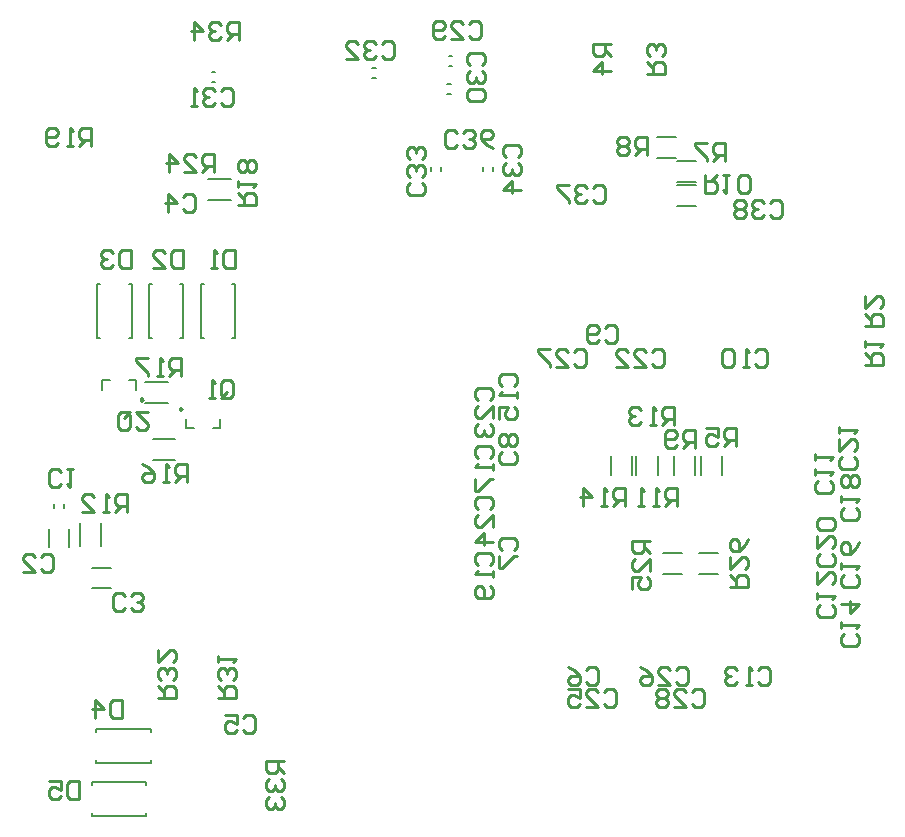
<source format=gbo>
G04*
G04 #@! TF.GenerationSoftware,Altium Limited,Altium Designer,21.0.9 (235)*
G04*
G04 Layer_Color=32896*
%FSLAX25Y25*%
%MOIN*%
G70*
G04*
G04 #@! TF.SameCoordinates,6D6A50FB-4127-4E02-A886-79615C3BA6FE*
G04*
G04*
G04 #@! TF.FilePolarity,Positive*
G04*
G01*
G75*
%ADD11C,0.00984*%
%ADD13C,0.00787*%
%ADD14C,0.01000*%
D11*
X301972Y298563D02*
X301234Y298989D01*
Y298137D01*
X301972Y298563D01*
X315012Y295437D02*
X314274Y295863D01*
Y295011D01*
X315012Y295437D01*
D13*
X284850Y235653D02*
X291150D01*
X284850Y242347D02*
X291150D01*
X473445Y378957D02*
X479744D01*
X473445Y386043D02*
X479744D01*
X479850Y370043D02*
X486150D01*
X479850Y362957D02*
X486150D01*
X479850Y378043D02*
X486150D01*
X479850Y370957D02*
X486150D01*
X270654Y249258D02*
Y255557D01*
X277346Y249258D02*
Y255557D01*
X272327Y262409D02*
Y263591D01*
X275673Y262409D02*
Y263591D01*
X323716Y365055D02*
X331284D01*
X323716Y371945D02*
X331284D01*
X331646Y318945D02*
X332650D01*
X321232D02*
X322236D01*
X321232D02*
Y337055D01*
X331646D02*
X332650D01*
X321232D02*
X322236D01*
X332650Y318945D02*
Y337055D01*
X314425Y318945D02*
X315429D01*
X304012D02*
X305016D01*
X304012D02*
Y337055D01*
X314425D02*
X315429D01*
X304012D02*
X305016D01*
X315429Y318945D02*
Y337055D01*
X297205Y318945D02*
X298209D01*
X286791D02*
X287795D01*
X286791D02*
Y337055D01*
X297205D02*
X298209D01*
X286791D02*
X287795D01*
X298209Y318945D02*
Y337055D01*
X284945Y159791D02*
Y160795D01*
Y170205D02*
Y171209D01*
X303055D01*
Y159791D02*
Y160795D01*
Y170205D02*
Y171209D01*
X284945Y159791D02*
X303055D01*
X302716Y304445D02*
X310284D01*
X302716Y297555D02*
X310284D01*
X299748Y301850D02*
Y305059D01*
X297150D02*
X299748D01*
X288252Y301850D02*
Y305059D01*
X290850D01*
X316252Y288941D02*
Y292150D01*
Y288941D02*
X318850D01*
X327748D02*
Y292150D01*
X325150Y288941D02*
X327748D01*
X305216Y278555D02*
X312784D01*
X305216Y285445D02*
X312784D01*
X466457Y273350D02*
Y279650D01*
X473543Y273350D02*
Y279650D01*
X457957Y273350D02*
Y279650D01*
X465043Y273350D02*
Y279650D01*
X487957Y273350D02*
Y279650D01*
X495043Y273350D02*
Y279650D01*
X478957Y273350D02*
Y279650D01*
X486043Y273350D02*
Y279650D01*
X475350Y240457D02*
X481650D01*
X475350Y247543D02*
X481650D01*
X415327Y374909D02*
Y376091D01*
X418673Y374909D02*
Y376091D01*
X403409Y403673D02*
X404591D01*
X403409Y400327D02*
X404591D01*
X401173Y374756D02*
Y375937D01*
X397827Y374756D02*
Y375937D01*
X324909Y407673D02*
X326091D01*
X324909Y404327D02*
X326091D01*
X378410Y405827D02*
X379591D01*
X378410Y409173D02*
X379591D01*
X487350Y247543D02*
X493650D01*
X487350Y240457D02*
X493650D01*
X281055Y249716D02*
Y257284D01*
X287945Y249716D02*
Y257284D01*
X286445Y177291D02*
Y178295D01*
Y187705D02*
Y188709D01*
X304555D01*
Y177291D02*
Y178295D01*
Y187705D02*
Y188709D01*
X286445Y177291D02*
X304555D01*
X403909Y413173D02*
X405091D01*
X403909Y409827D02*
X405091D01*
D14*
X542501Y323002D02*
X548499D01*
Y326001D01*
X547499Y327000D01*
X545500D01*
X544500Y326001D01*
Y323002D01*
Y325001D02*
X542501Y327000D01*
Y332998D02*
Y329000D01*
X546500Y332998D01*
X547499D01*
X548499Y331999D01*
Y329999D01*
X547499Y329000D01*
X479499Y208499D02*
X480498Y209499D01*
X482498D01*
X483497Y208499D01*
Y204501D01*
X482498Y203501D01*
X480498D01*
X479499Y204501D01*
X473501Y203501D02*
X477499D01*
X473501Y207500D01*
Y208499D01*
X474500Y209499D01*
X476500D01*
X477499Y208499D01*
X467503Y209499D02*
X469502Y208499D01*
X471501Y206500D01*
Y204501D01*
X470502Y203501D01*
X468502D01*
X467503Y204501D01*
Y205500D01*
X468502Y206500D01*
X471501D01*
X315262Y366236D02*
X316262Y367235D01*
X318261D01*
X319261Y366236D01*
Y362237D01*
X318261Y361237D01*
X316262D01*
X315262Y362237D01*
X310264Y361237D02*
Y367235D01*
X313263Y364236D01*
X309264D01*
X325497Y374501D02*
Y380499D01*
X322498D01*
X321499Y379499D01*
Y377500D01*
X322498Y376500D01*
X325497D01*
X323498D02*
X321499Y374501D01*
X315501D02*
X319499D01*
X315501Y378500D01*
Y379499D01*
X316500Y380499D01*
X318500D01*
X319499Y379499D01*
X310502Y374501D02*
Y380499D01*
X313501Y377500D01*
X309503D01*
X284800Y383200D02*
Y389198D01*
X281801D01*
X280801Y388198D01*
Y386199D01*
X281801Y385199D01*
X284800D01*
X282801D02*
X280801Y383200D01*
X278802D02*
X276803D01*
X277802D01*
Y389198D01*
X278802Y388198D01*
X273804Y384200D02*
X272804Y383200D01*
X270805D01*
X269805Y384200D01*
Y388198D01*
X270805Y389198D01*
X272804D01*
X273804Y388198D01*
Y387199D01*
X272804Y386199D01*
X269805D01*
X296000Y229001D02*
X295001Y228001D01*
X293001D01*
X292002Y229001D01*
Y232999D01*
X293001Y233999D01*
X295001D01*
X296000Y232999D01*
X298000Y229001D02*
X298999Y228001D01*
X300999D01*
X301998Y229001D01*
Y230000D01*
X300999Y231000D01*
X299999D01*
X300999D01*
X301998Y232000D01*
Y232999D01*
X300999Y233999D01*
X298999D01*
X298000Y232999D01*
X451999Y368999D02*
X452998Y369999D01*
X454998D01*
X455997Y368999D01*
Y365001D01*
X454998Y364001D01*
X452998D01*
X451999Y365001D01*
X449999Y368999D02*
X449000Y369999D01*
X447000D01*
X446001Y368999D01*
Y368000D01*
X447000Y367000D01*
X448000D01*
X447000D01*
X446001Y366000D01*
Y365001D01*
X447000Y364001D01*
X449000D01*
X449999Y365001D01*
X444001Y369999D02*
X440003D01*
Y368999D01*
X444001Y365001D01*
Y364001D01*
X470092Y380001D02*
Y385999D01*
X467093D01*
X466093Y384999D01*
Y383000D01*
X467093Y382000D01*
X470092D01*
X468093D02*
X466093Y380001D01*
X464094Y384999D02*
X463094Y385999D01*
X461095D01*
X460095Y384999D01*
Y384000D01*
X461095Y383000D01*
X460095Y382000D01*
Y381001D01*
X461095Y380001D01*
X463094D01*
X464094Y381001D01*
Y382000D01*
X463094Y383000D01*
X464094Y384000D01*
Y384999D01*
X463094Y383000D02*
X461095D01*
X489211Y373499D02*
Y367501D01*
X492210D01*
X493210Y368501D01*
Y370500D01*
X492210Y371500D01*
X489211D01*
X491210D02*
X493210Y373499D01*
X495209D02*
X497208D01*
X496209D01*
Y367501D01*
X495209Y368501D01*
X500208D02*
X501207Y367501D01*
X503207D01*
X504206Y368501D01*
Y372499D01*
X503207Y373499D01*
X501207D01*
X500208Y372499D01*
Y368501D01*
X495998Y378001D02*
Y383999D01*
X492999D01*
X492000Y382999D01*
Y381000D01*
X492999Y380000D01*
X495998D01*
X493999D02*
X492000Y378001D01*
X490000Y383999D02*
X486002D01*
Y382999D01*
X490000Y379001D01*
Y378001D01*
X457999Y416998D02*
X452001D01*
Y413999D01*
X453001Y413000D01*
X455000D01*
X456000Y413999D01*
Y416998D01*
Y414999D02*
X457999Y413000D01*
Y408001D02*
X452001D01*
X455000Y411000D01*
Y407002D01*
X470001Y406943D02*
X475999D01*
Y409942D01*
X474999Y410941D01*
X473000D01*
X472000Y409942D01*
Y406943D01*
Y408942D02*
X470001Y410941D01*
X474999Y412941D02*
X475999Y413940D01*
Y415940D01*
X474999Y416939D01*
X474000D01*
X473000Y415940D01*
Y414940D01*
Y415940D01*
X472000Y416939D01*
X471001D01*
X470001Y415940D01*
Y413940D01*
X471001Y412941D01*
X268000Y245999D02*
X268999Y246999D01*
X270999D01*
X271998Y245999D01*
Y242001D01*
X270999Y241001D01*
X268999D01*
X268000Y242001D01*
X262002Y241001D02*
X266000D01*
X262002Y245000D01*
Y245999D01*
X263001Y246999D01*
X265001D01*
X266000Y245999D01*
X274500Y270501D02*
X273500Y269501D01*
X271501D01*
X270501Y270501D01*
Y274499D01*
X271501Y275499D01*
X273500D01*
X274500Y274499D01*
X276499Y275499D02*
X278499D01*
X277499D01*
Y269501D01*
X276499Y270501D01*
X307001Y199002D02*
X312999D01*
Y202001D01*
X311999Y203001D01*
X310000D01*
X309000Y202001D01*
Y199002D01*
Y201002D02*
X307001Y203001D01*
X311999Y205000D02*
X312999Y206000D01*
Y207999D01*
X311999Y208999D01*
X311000D01*
X310000Y207999D01*
Y207000D01*
Y207999D01*
X309000Y208999D01*
X308001D01*
X307001Y207999D01*
Y206000D01*
X308001Y205000D01*
X307001Y214997D02*
Y210998D01*
X311000Y214997D01*
X311999D01*
X312999Y213997D01*
Y211998D01*
X311999Y210998D01*
X327001Y199002D02*
X332999D01*
Y202001D01*
X331999Y203001D01*
X330000D01*
X329000Y202001D01*
Y199002D01*
Y201002D02*
X327001Y203001D01*
X331999Y205000D02*
X332999Y206000D01*
Y207999D01*
X331999Y208999D01*
X331000D01*
X330000Y207999D01*
Y207000D01*
Y207999D01*
X329000Y208999D01*
X328001D01*
X327001Y207999D01*
Y206000D01*
X328001Y205000D01*
X327001Y210998D02*
Y212998D01*
Y211998D01*
X332999D01*
X331999Y210998D01*
X348999Y177997D02*
X343001D01*
Y174998D01*
X344001Y173999D01*
X346000D01*
X347000Y174998D01*
Y177997D01*
Y175998D02*
X348999Y173999D01*
X344001Y171999D02*
X343001Y171000D01*
Y169000D01*
X344001Y168001D01*
X345000D01*
X346000Y169000D01*
Y170000D01*
Y169000D01*
X347000Y168001D01*
X347999D01*
X348999Y169000D01*
Y171000D01*
X347999Y171999D01*
X344001Y166001D02*
X343001Y165002D01*
Y163002D01*
X344001Y162003D01*
X345000D01*
X346000Y163002D01*
Y164002D01*
Y163002D01*
X347000Y162003D01*
X347999D01*
X348999Y163002D01*
Y165002D01*
X347999Y166001D01*
X333501Y363502D02*
X339499D01*
Y366501D01*
X338499Y367501D01*
X336500D01*
X335500Y366501D01*
Y363502D01*
Y365502D02*
X333501Y367501D01*
Y369500D02*
Y371500D01*
Y370500D01*
X339499D01*
X338499Y369500D01*
Y374499D02*
X339499Y375499D01*
Y377498D01*
X338499Y378498D01*
X337500D01*
X336500Y377498D01*
X335500Y378498D01*
X334501D01*
X333501Y377498D01*
Y375499D01*
X334501Y374499D01*
X335500D01*
X336500Y375499D01*
X337500Y374499D01*
X338499D01*
X336500Y375499D02*
Y377498D01*
X332482Y348498D02*
Y342500D01*
X329483D01*
X328483Y343500D01*
Y347498D01*
X329483Y348498D01*
X332482D01*
X326484Y342500D02*
X324484D01*
X325484D01*
Y348498D01*
X326484Y347498D01*
X315241Y348498D02*
Y342500D01*
X312242D01*
X311242Y343500D01*
Y347498D01*
X312242Y348498D01*
X315241D01*
X305244Y342500D02*
X309243D01*
X305244Y346499D01*
Y347498D01*
X306244Y348498D01*
X308243D01*
X309243Y347498D01*
X298000Y348498D02*
Y342500D01*
X295001D01*
X294001Y343500D01*
Y347498D01*
X295001Y348498D01*
X298000D01*
X292002Y347498D02*
X291002Y348498D01*
X289003D01*
X288003Y347498D01*
Y346499D01*
X289003Y345499D01*
X290003D01*
X289003D01*
X288003Y344499D01*
Y343500D01*
X289003Y342500D01*
X291002D01*
X292002Y343500D01*
X280498Y171499D02*
Y165501D01*
X277499D01*
X276500Y166501D01*
Y170499D01*
X277499Y171499D01*
X280498D01*
X270502D02*
X274500D01*
Y168500D01*
X272501Y169500D01*
X271501D01*
X270502Y168500D01*
Y166501D01*
X271501Y165501D01*
X273501D01*
X274500Y166501D01*
X314498Y306501D02*
Y312499D01*
X311498D01*
X310499Y311499D01*
Y309500D01*
X311498Y308500D01*
X314498D01*
X312498D02*
X310499Y306501D01*
X308500D02*
X306500D01*
X307500D01*
Y312499D01*
X308500Y311499D01*
X303501Y312499D02*
X299502D01*
Y311499D01*
X303501Y307501D01*
Y306501D01*
X297725Y293499D02*
Y289501D01*
X296725Y288501D01*
X294726D01*
X293726Y289501D01*
Y293499D01*
X294726Y294499D01*
X296725D01*
X295725Y292500D02*
X297725Y294499D01*
X296725D02*
X297725Y293499D01*
X303723Y294499D02*
X299724D01*
X303723Y290500D01*
Y289501D01*
X302723Y288501D01*
X300724D01*
X299724Y289501D01*
X328000Y300001D02*
Y303999D01*
X329000Y304999D01*
X330999D01*
X331999Y303999D01*
Y300001D01*
X330999Y299001D01*
X329000D01*
X329999Y301000D02*
X328000Y299001D01*
X329000D02*
X328000Y300001D01*
X326001Y299001D02*
X324001D01*
X325001D01*
Y304999D01*
X326001Y303999D01*
X316498Y271001D02*
Y276999D01*
X313498D01*
X312499Y275999D01*
Y274000D01*
X313498Y273000D01*
X316498D01*
X314498D02*
X312499Y271001D01*
X310500D02*
X308500D01*
X309500D01*
Y276999D01*
X310500Y275999D01*
X301502Y276999D02*
X303502Y275999D01*
X305501Y274000D01*
Y272001D01*
X304502Y271001D01*
X302502D01*
X301502Y272001D01*
Y273000D01*
X302502Y274000D01*
X305501D01*
X479998Y263001D02*
Y268999D01*
X476999D01*
X475999Y267999D01*
Y266000D01*
X476999Y265000D01*
X479998D01*
X477998D02*
X475999Y263001D01*
X474000D02*
X472001D01*
X473000D01*
Y268999D01*
X474000Y267999D01*
X469001Y263001D02*
X467002D01*
X468002D01*
Y268999D01*
X469001Y267999D01*
X462498Y263001D02*
Y268999D01*
X459499D01*
X458499Y267999D01*
Y266000D01*
X459499Y265000D01*
X462498D01*
X460498D02*
X458499Y263001D01*
X456499D02*
X454500D01*
X455500D01*
Y268999D01*
X456499Y267999D01*
X448502Y263001D02*
Y268999D01*
X451501Y266000D01*
X447502D01*
X499498Y283001D02*
Y288999D01*
X496499D01*
X495500Y287999D01*
Y286000D01*
X496499Y285000D01*
X499498D01*
X497499D02*
X495500Y283001D01*
X489502Y288999D02*
X493500D01*
Y286000D01*
X491501Y287000D01*
X490501D01*
X489502Y286000D01*
Y284001D01*
X490501Y283001D01*
X492501D01*
X493500Y284001D01*
X485998Y282501D02*
Y288499D01*
X482999D01*
X482000Y287499D01*
Y285500D01*
X482999Y284500D01*
X485998D01*
X483999D02*
X482000Y282501D01*
X480000Y283501D02*
X479001Y282501D01*
X477001D01*
X476002Y283501D01*
Y287499D01*
X477001Y288499D01*
X479001D01*
X480000Y287499D01*
Y286500D01*
X479001Y285500D01*
X476002D01*
X470999Y251497D02*
X465001D01*
Y248498D01*
X466001Y247499D01*
X468000D01*
X469000Y248498D01*
Y251497D01*
Y249498D02*
X470999Y247499D01*
Y241501D02*
Y245499D01*
X467000Y241501D01*
X466001D01*
X465001Y242500D01*
Y244500D01*
X466001Y245499D01*
X465001Y235503D02*
Y239501D01*
X468000D01*
X467000Y237502D01*
Y236502D01*
X468000Y235503D01*
X469999D01*
X470999Y236502D01*
Y238502D01*
X469999Y239501D01*
X510999Y363999D02*
X511998Y364999D01*
X513998D01*
X514997Y363999D01*
Y360001D01*
X513998Y359001D01*
X511998D01*
X510999Y360001D01*
X508999Y363999D02*
X508000Y364999D01*
X506000D01*
X505001Y363999D01*
Y363000D01*
X506000Y362000D01*
X507000D01*
X506000D01*
X505001Y361000D01*
Y360001D01*
X506000Y359001D01*
X508000D01*
X508999Y360001D01*
X503001Y363999D02*
X502002Y364999D01*
X500002D01*
X499003Y363999D01*
Y363000D01*
X500002Y362000D01*
X499003Y361000D01*
Y360001D01*
X500002Y359001D01*
X502002D01*
X503001Y360001D01*
Y361000D01*
X502002Y362000D01*
X503001Y363000D01*
Y363999D01*
X502002Y362000D02*
X500002D01*
X542501Y310001D02*
X548499D01*
Y313000D01*
X547499Y314000D01*
X545500D01*
X544500Y313000D01*
Y310001D01*
Y312001D02*
X542501Y314000D01*
Y315999D02*
Y317999D01*
Y316999D01*
X548499D01*
X547499Y315999D01*
X449500Y208499D02*
X450499Y209499D01*
X452499D01*
X453498Y208499D01*
Y204501D01*
X452499Y203501D01*
X450499D01*
X449500Y204501D01*
X443502Y209499D02*
X445501Y208499D01*
X447500Y206500D01*
Y204501D01*
X446501Y203501D01*
X444501D01*
X443502Y204501D01*
Y205500D01*
X444501Y206500D01*
X447500D01*
X421501Y248500D02*
X420501Y249499D01*
Y251499D01*
X421501Y252498D01*
X425499D01*
X426499Y251499D01*
Y249499D01*
X425499Y248500D01*
X420501Y246500D02*
Y242502D01*
X421501D01*
X425499Y246500D01*
X426499D01*
X456000Y322499D02*
X456999Y323499D01*
X458999D01*
X459998Y322499D01*
Y318501D01*
X458999Y317501D01*
X456999D01*
X456000Y318501D01*
X454000D02*
X453001Y317501D01*
X451001D01*
X450002Y318501D01*
Y322499D01*
X451001Y323499D01*
X453001D01*
X454000Y322499D01*
Y321500D01*
X453001Y320500D01*
X450002D01*
X425499Y281000D02*
X426499Y280001D01*
Y278001D01*
X425499Y277002D01*
X421501D01*
X420501Y278001D01*
Y280001D01*
X421501Y281000D01*
X425499Y283000D02*
X426499Y283999D01*
Y285999D01*
X425499Y286998D01*
X424500D01*
X423500Y285999D01*
X422500Y286998D01*
X421501D01*
X420501Y285999D01*
Y283999D01*
X421501Y283000D01*
X422500D01*
X423500Y283999D01*
X424500Y283000D01*
X425499D01*
X423500Y283999D02*
Y285999D01*
X423001Y379499D02*
X422001Y380498D01*
Y382498D01*
X423001Y383497D01*
X426999D01*
X427999Y382498D01*
Y380498D01*
X426999Y379499D01*
X423001Y377499D02*
X422001Y376500D01*
Y374500D01*
X423001Y373501D01*
X424000D01*
X425000Y374500D01*
Y375500D01*
Y374500D01*
X426000Y373501D01*
X426999D01*
X427999Y374500D01*
Y376500D01*
X426999Y377499D01*
X427999Y368502D02*
X422001D01*
X425000Y371501D01*
Y367503D01*
X411001Y409999D02*
X410001Y410998D01*
Y412998D01*
X411001Y413997D01*
X414999D01*
X415999Y412998D01*
Y410998D01*
X414999Y409999D01*
X411001Y407999D02*
X410001Y407000D01*
Y405000D01*
X411001Y404001D01*
X412000D01*
X413000Y405000D01*
Y406000D01*
Y405000D01*
X414000Y404001D01*
X414999D01*
X415999Y405000D01*
Y407000D01*
X414999Y407999D01*
X411001Y402001D02*
X410001Y401002D01*
Y399002D01*
X411001Y398003D01*
X414999D01*
X415999Y399002D01*
Y401002D01*
X414999Y402001D01*
X411001D01*
X394999Y370848D02*
X395999Y369848D01*
Y367849D01*
X394999Y366849D01*
X391001D01*
X390001Y367849D01*
Y369848D01*
X391001Y370848D01*
X394999Y372847D02*
X395999Y373847D01*
Y375846D01*
X394999Y376846D01*
X394000D01*
X393000Y375846D01*
Y374846D01*
Y375846D01*
X392000Y376846D01*
X391001D01*
X390001Y375846D01*
Y373847D01*
X391001Y372847D01*
X394999Y378845D02*
X395999Y379845D01*
Y381844D01*
X394999Y382844D01*
X394000D01*
X393000Y381844D01*
Y380844D01*
Y381844D01*
X392000Y382844D01*
X391001D01*
X390001Y381844D01*
Y379845D01*
X391001Y378845D01*
X327999Y401499D02*
X328999Y402499D01*
X330998D01*
X331998Y401499D01*
Y397501D01*
X330998Y396501D01*
X328999D01*
X327999Y397501D01*
X326000Y401499D02*
X325000Y402499D01*
X323001D01*
X322001Y401499D01*
Y400500D01*
X323001Y399500D01*
X324000D01*
X323001D01*
X322001Y398500D01*
Y397501D01*
X323001Y396501D01*
X325000D01*
X326000Y397501D01*
X320002Y396501D02*
X318002D01*
X319002D01*
Y402499D01*
X320002Y401499D01*
X381499Y416999D02*
X382498Y417999D01*
X384498D01*
X385497Y416999D01*
Y413001D01*
X384498Y412001D01*
X382498D01*
X381499Y413001D01*
X379499Y416999D02*
X378500Y417999D01*
X376500D01*
X375501Y416999D01*
Y416000D01*
X376500Y415000D01*
X377500D01*
X376500D01*
X375501Y414000D01*
Y413001D01*
X376500Y412001D01*
X378500D01*
X379499Y413001D01*
X369503Y412001D02*
X373501D01*
X369503Y416000D01*
Y416999D01*
X370502Y417999D01*
X372502D01*
X373501Y416999D01*
X333997Y418501D02*
Y424499D01*
X330998D01*
X329999Y423499D01*
Y421500D01*
X330998Y420500D01*
X333997D01*
X331998D02*
X329999Y418501D01*
X327999Y423499D02*
X327000Y424499D01*
X325000D01*
X324001Y423499D01*
Y422500D01*
X325000Y421500D01*
X326000D01*
X325000D01*
X324001Y420500D01*
Y419501D01*
X325000Y418501D01*
X327000D01*
X327999Y419501D01*
X319002Y418501D02*
Y424499D01*
X322001Y421500D01*
X318003D01*
X478998Y290001D02*
Y295999D01*
X475998D01*
X474999Y294999D01*
Y293000D01*
X475998Y292000D01*
X478998D01*
X476998D02*
X474999Y290001D01*
X472999D02*
X471000D01*
X472000D01*
Y295999D01*
X472999Y294999D01*
X468001D02*
X467001Y295999D01*
X465002D01*
X464002Y294999D01*
Y294000D01*
X465002Y293000D01*
X466002D01*
X465002D01*
X464002Y292000D01*
Y291001D01*
X465002Y290001D01*
X467001D01*
X468001Y291001D01*
X539499Y262501D02*
X540499Y261502D01*
Y259502D01*
X539499Y258502D01*
X535501D01*
X534501Y259502D01*
Y261502D01*
X535501Y262501D01*
X534501Y264500D02*
Y266500D01*
Y265500D01*
X540499D01*
X539499Y264500D01*
Y269499D02*
X540499Y270498D01*
Y272498D01*
X539499Y273498D01*
X538500D01*
X537500Y272498D01*
X536500Y273498D01*
X535501D01*
X534501Y272498D01*
Y270498D01*
X535501Y269499D01*
X536500D01*
X537500Y270498D01*
X538500Y269499D01*
X539499D01*
X537500Y270498D02*
Y272498D01*
X445499Y314499D02*
X446498Y315499D01*
X448498D01*
X449497Y314499D01*
Y310501D01*
X448498Y309501D01*
X446498D01*
X445499Y310501D01*
X439501Y309501D02*
X443499D01*
X439501Y313500D01*
Y314499D01*
X440500Y315499D01*
X442500D01*
X443499Y314499D01*
X437501Y315499D02*
X433503D01*
Y314499D01*
X437501Y310501D01*
Y309501D01*
X413501Y278999D02*
X412501Y279998D01*
Y281998D01*
X413501Y282998D01*
X417499D01*
X418499Y281998D01*
Y279998D01*
X417499Y278999D01*
X418499Y276999D02*
Y275000D01*
Y276000D01*
X412501D01*
X413501Y276999D01*
X412501Y272001D02*
Y268002D01*
X413501D01*
X417499Y272001D01*
X418499D01*
X421501Y302999D02*
X420501Y303998D01*
Y305998D01*
X421501Y306998D01*
X425499D01*
X426499Y305998D01*
Y303998D01*
X425499Y302999D01*
X426499Y300999D02*
Y299000D01*
Y300000D01*
X420501D01*
X421501Y300999D01*
X420501Y292002D02*
Y296001D01*
X423500D01*
X422500Y294002D01*
Y293002D01*
X423500Y292002D01*
X425499D01*
X426499Y293002D01*
Y295001D01*
X425499Y296001D01*
X531499Y230001D02*
X532499Y229001D01*
Y227002D01*
X531499Y226002D01*
X527501D01*
X526501Y227002D01*
Y229001D01*
X527501Y230001D01*
X526501Y232000D02*
Y234000D01*
Y233000D01*
X532499D01*
X531499Y232000D01*
X526501Y240998D02*
Y236999D01*
X530500Y240998D01*
X531499D01*
X532499Y239998D01*
Y237999D01*
X531499Y236999D01*
X530999Y271501D02*
X531999Y270501D01*
Y268502D01*
X530999Y267502D01*
X527001D01*
X526001Y268502D01*
Y270501D01*
X527001Y271501D01*
X526001Y273500D02*
Y275500D01*
Y274500D01*
X531999D01*
X530999Y273500D01*
X526001Y278499D02*
Y280498D01*
Y279498D01*
X531999D01*
X530999Y278499D01*
X505999Y314499D02*
X506998Y315499D01*
X508998D01*
X509998Y314499D01*
Y310501D01*
X508998Y309501D01*
X506998D01*
X505999Y310501D01*
X504000Y309501D02*
X502000D01*
X503000D01*
Y315499D01*
X504000Y314499D01*
X499001D02*
X498001Y315499D01*
X496002D01*
X495002Y314499D01*
Y310501D01*
X496002Y309501D01*
X498001D01*
X499001Y310501D01*
Y314499D01*
X484999Y200999D02*
X485998Y201999D01*
X487998D01*
X488997Y200999D01*
Y197001D01*
X487998Y196001D01*
X485998D01*
X484999Y197001D01*
X479001Y196001D02*
X482999D01*
X479001Y200000D01*
Y200999D01*
X480000Y201999D01*
X482000D01*
X482999Y200999D01*
X477001D02*
X476002Y201999D01*
X474002D01*
X473003Y200999D01*
Y200000D01*
X474002Y199000D01*
X473003Y198000D01*
Y197001D01*
X474002Y196001D01*
X476002D01*
X477001Y197001D01*
Y198000D01*
X476002Y199000D01*
X477001Y200000D01*
Y200999D01*
X476002Y199000D02*
X474002D01*
X539499Y220501D02*
X540499Y219501D01*
Y217502D01*
X539499Y216502D01*
X535501D01*
X534501Y217502D01*
Y219501D01*
X535501Y220501D01*
X534501Y222500D02*
Y224500D01*
Y223500D01*
X540499D01*
X539499Y222500D01*
X534501Y230498D02*
X540499D01*
X537500Y227499D01*
Y231498D01*
X506999Y208499D02*
X507999Y209499D01*
X509998D01*
X510998Y208499D01*
Y204501D01*
X509998Y203501D01*
X507999D01*
X506999Y204501D01*
X504999Y203501D02*
X503000D01*
X504000D01*
Y209499D01*
X504999Y208499D01*
X500001D02*
X499002Y209499D01*
X497002D01*
X496002Y208499D01*
Y207500D01*
X497002Y206500D01*
X498002D01*
X497002D01*
X496002Y205500D01*
Y204501D01*
X497002Y203501D01*
X499002D01*
X500001Y204501D01*
X539499Y240001D02*
X540499Y239001D01*
Y237002D01*
X539499Y236002D01*
X535501D01*
X534501Y237002D01*
Y239001D01*
X535501Y240001D01*
X534501Y242001D02*
Y244000D01*
Y243000D01*
X540499D01*
X539499Y242001D01*
X540499Y250998D02*
X539499Y248998D01*
X537500Y246999D01*
X535501D01*
X534501Y247998D01*
Y249998D01*
X535501Y250998D01*
X536500D01*
X537500Y249998D01*
Y246999D01*
X471499Y314499D02*
X472498Y315499D01*
X474498D01*
X475497Y314499D01*
Y310501D01*
X474498Y309501D01*
X472498D01*
X471499Y310501D01*
X465501Y309501D02*
X469499D01*
X465501Y313500D01*
Y314499D01*
X466500Y315499D01*
X468500D01*
X469499Y314499D01*
X459503Y309501D02*
X463501D01*
X459503Y313500D01*
Y314499D01*
X460502Y315499D01*
X462502D01*
X463501Y314499D01*
X538999Y279501D02*
X539999Y278501D01*
Y276502D01*
X538999Y275502D01*
X535001D01*
X534001Y276502D01*
Y278501D01*
X535001Y279501D01*
X534001Y285499D02*
Y281500D01*
X538000Y285499D01*
X538999D01*
X539999Y284499D01*
Y282500D01*
X538999Y281500D01*
X534001Y287498D02*
Y289498D01*
Y288498D01*
X539999D01*
X538999Y287498D01*
X531499Y247001D02*
X532499Y246002D01*
Y244002D01*
X531499Y243003D01*
X527501D01*
X526501Y244002D01*
Y246002D01*
X527501Y247001D01*
X526501Y252999D02*
Y249001D01*
X530500Y252999D01*
X531499D01*
X532499Y252000D01*
Y250000D01*
X531499Y249001D01*
Y254999D02*
X532499Y255998D01*
Y257998D01*
X531499Y258997D01*
X527501D01*
X526501Y257998D01*
Y255998D01*
X527501Y254999D01*
X531499D01*
X413501Y243499D02*
X412501Y244498D01*
Y246498D01*
X413501Y247498D01*
X417499D01*
X418499Y246498D01*
Y244498D01*
X417499Y243499D01*
X418499Y241499D02*
Y239500D01*
Y240500D01*
X412501D01*
X413501Y241499D01*
X417499Y236501D02*
X418499Y235501D01*
Y233502D01*
X417499Y232502D01*
X413501D01*
X412501Y233502D01*
Y235501D01*
X413501Y236501D01*
X414500D01*
X415500Y235501D01*
Y232502D01*
X455499Y200999D02*
X456498Y201999D01*
X458498D01*
X459497Y200999D01*
Y197001D01*
X458498Y196001D01*
X456498D01*
X455499Y197001D01*
X449501Y196001D02*
X453499D01*
X449501Y200000D01*
Y200999D01*
X450500Y201999D01*
X452500D01*
X453499Y200999D01*
X443503Y201999D02*
X447501D01*
Y199000D01*
X445502Y200000D01*
X444502D01*
X443503Y199000D01*
Y197001D01*
X444502Y196001D01*
X446502D01*
X447501Y197001D01*
X413501Y298499D02*
X412501Y299498D01*
Y301498D01*
X413501Y302497D01*
X417499D01*
X418499Y301498D01*
Y299498D01*
X417499Y298499D01*
X418499Y292501D02*
Y296499D01*
X414500Y292501D01*
X413501D01*
X412501Y293500D01*
Y295500D01*
X413501Y296499D01*
Y290501D02*
X412501Y289502D01*
Y287502D01*
X413501Y286503D01*
X414500D01*
X415500Y287502D01*
Y288502D01*
Y287502D01*
X416500Y286503D01*
X417499D01*
X418499Y287502D01*
Y289502D01*
X417499Y290501D01*
X413501Y261999D02*
X412501Y262998D01*
Y264998D01*
X413501Y265997D01*
X417499D01*
X418499Y264998D01*
Y262998D01*
X417499Y261999D01*
X418499Y256001D02*
Y259999D01*
X414500Y256001D01*
X413501D01*
X412501Y257000D01*
Y259000D01*
X413501Y259999D01*
X418499Y251002D02*
X412501D01*
X415500Y254001D01*
Y250003D01*
X335401Y192498D02*
X336401Y193498D01*
X338400D01*
X339400Y192498D01*
Y188500D01*
X338400Y187500D01*
X336401D01*
X335401Y188500D01*
X329403Y193498D02*
X333402D01*
Y190499D01*
X331403Y191499D01*
X330403D01*
X329403Y190499D01*
Y188500D01*
X330403Y187500D01*
X332402D01*
X333402Y188500D01*
X497501Y236003D02*
X503499D01*
Y239002D01*
X502499Y240001D01*
X500500D01*
X499500Y239002D01*
Y236003D01*
Y238002D02*
X497501Y240001D01*
Y245999D02*
Y242001D01*
X501500Y245999D01*
X502499D01*
X503499Y245000D01*
Y243000D01*
X502499Y242001D01*
X503499Y251997D02*
X502499Y249998D01*
X500500Y247999D01*
X498501D01*
X497501Y248998D01*
Y250998D01*
X498501Y251997D01*
X499500D01*
X500500Y250998D01*
Y247999D01*
X296700Y261100D02*
Y267098D01*
X293701D01*
X292701Y266098D01*
Y264099D01*
X293701Y263099D01*
X296700D01*
X294701D02*
X292701Y261100D01*
X290702D02*
X288703D01*
X289702D01*
Y267098D01*
X290702Y266098D01*
X281705Y261100D02*
X285704D01*
X281705Y265099D01*
Y266098D01*
X282704Y267098D01*
X284704D01*
X285704Y266098D01*
X295000Y198498D02*
Y192500D01*
X292001D01*
X291001Y193500D01*
Y197498D01*
X292001Y198498D01*
X295000D01*
X286003Y192500D02*
Y198498D01*
X289002Y195499D01*
X285003D01*
X410701Y423698D02*
X411701Y424698D01*
X413700D01*
X414700Y423698D01*
Y419700D01*
X413700Y418700D01*
X411701D01*
X410701Y419700D01*
X404703Y418700D02*
X408702D01*
X404703Y422699D01*
Y423698D01*
X405703Y424698D01*
X407702D01*
X408702Y423698D01*
X402704Y419700D02*
X401704Y418700D01*
X399705D01*
X398705Y419700D01*
Y423698D01*
X399705Y424698D01*
X401704D01*
X402704Y423698D01*
Y422699D01*
X401704Y421699D01*
X398705D01*
X406501Y383501D02*
X405502Y382501D01*
X403502D01*
X402503Y383501D01*
Y387499D01*
X403502Y388499D01*
X405502D01*
X406501Y387499D01*
X408501Y383501D02*
X409500Y382501D01*
X411500D01*
X412499Y383501D01*
Y384500D01*
X411500Y385500D01*
X410500D01*
X411500D01*
X412499Y386500D01*
Y387499D01*
X411500Y388499D01*
X409500D01*
X408501Y387499D01*
X418497Y382501D02*
X416498Y383501D01*
X414499Y385500D01*
Y387499D01*
X415498Y388499D01*
X417498D01*
X418497Y387499D01*
Y386500D01*
X417498Y385500D01*
X414499D01*
M02*

</source>
